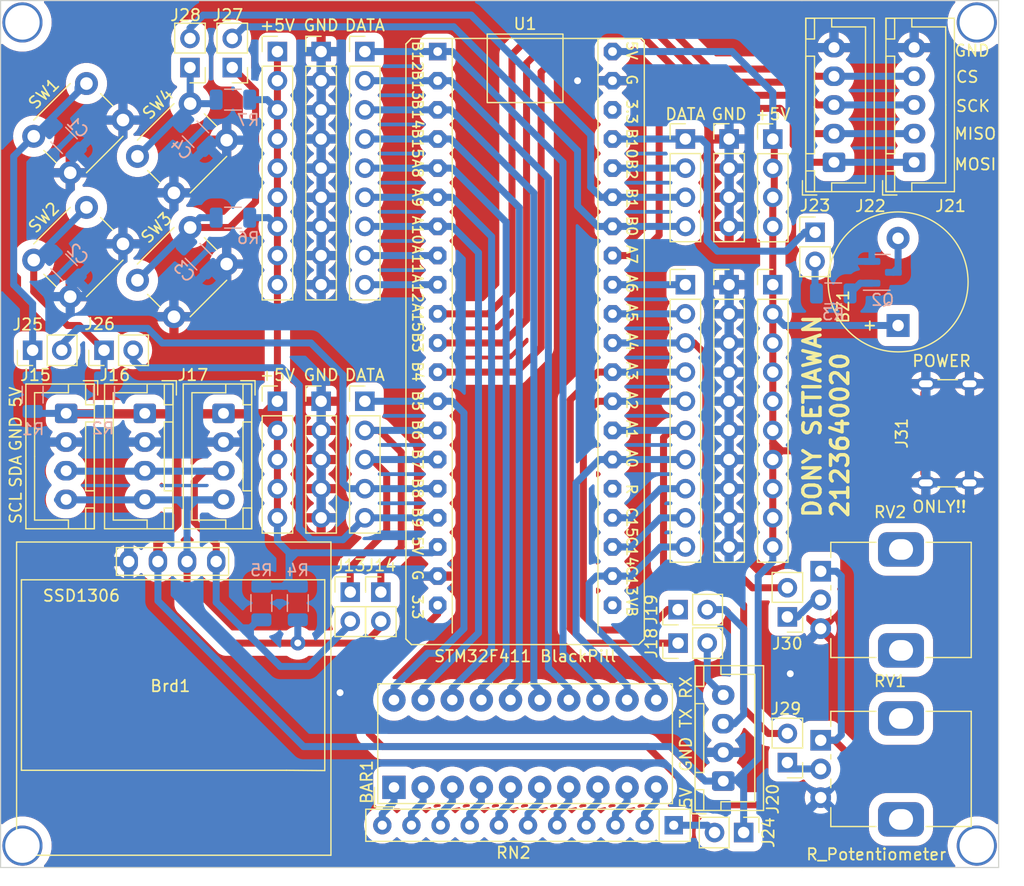
<source format=kicad_pcb>
(kicad_pcb (version 20221018) (generator pcbnew)
  (layers (0 "F.Cu" signal) (31 "B.Cu" signal) (34 "B.Paste" user) (35 "F.Paste" user) (36 "B.SilkS" user "B.Silkscreen") (37 "F.SilkS" user "F.Silkscreen") (38 "B.Mask" user) (39 "F.Mask" user) (44 "Edge.Cuts" user))
  (net 0 "")
  (net 1 "B12")
  (net 2 "B13")
  (net 3 "B14")
  (net 4 "B15")
  (net 5 "A8")
  (net 6 "A9")
  (net 7 "A10")
  (net 8 "A11")
  (net 9 "A12")
  (net 10 "A15")
  (net 11 "B3")
  (net 12 "B4")
  (net 13 "B5")
  (net 14 "B6")
  (net 15 "B7")
  (net 17 "B8")
  (net 18 "B9")
  (net 19 "B10")
  (net 21 "B2")
  (net 22 "B1")
  (net 23 "A7")
  (net 24 "A6")
  (net 25 "A5")
  (net 26 "A4")
  (net 27 "A3")
  (net 28 "A2")
  (net 29 "B0")
  (net 30 "A1")
  (net 31 "A0")
  (net 33 "C13")
  (net 34 "C14")
  (net 35 "C15")
  (net 36 "+5V")
  (net 37 "GND")
  (net 38 "Net-(BZ1-+)")
  (net 39 "PB1")
  (net 40 "PB2")
  (net 41 "BUZ")
  (net 42 "Net-(RN2-R10)")
  (net 43 "Net-(RN2-R9)")
  (net 44 "Net-(RN2-R8)")
  (net 45 "Net-(RN2-R7)")
  (net 46 "Net-(RN2-R6)")
  (net 47 "Net-(RN2-R5)")
  (net 48 "Net-(RN2-R4)")
  (net 49 "Net-(RN2-R3)")
  (net 50 "Net-(RN2-R2)")
  (net 51 "Net-(RN2-R1)")
  (net 52 "TX")
  (net 53 "RX")
  (net 54 "SDA")
  (net 55 "SCL")
  (net 56 "+3V3")
  (net 57 "Net-(Q2-G)")
  (net 58 "PB3")
  (net 59 "PB4")
  (net 60 "Net-(J24-Pin_2)")
  (net 61 "Net-(J29-Pin_1)")
  (net 62 "Net-(J30-Pin_1)")
  (footprint "Button_Switch_THT:SW_PUSH_6mm" (layer "F.Cu") (at 85.439825 73.423214 45)
    (fp_text reference "SW2")
    (fp_text value "SW_Push_Dual")
  )
  (footprint "Connector_JST:JST_XH_B4B-XH-A_1x04_P2.50mm_Vertical" (layer "F.Cu") (at 101.981 86.781 -90)
    (fp_text reference "J17")
    (fp_text value "Conn_01x04")
  )
  (footprint "Display:HDSP-4830" (layer "F.Cu") (at 116.84 119.38 90)
    (fp_text reference "BAR1")
    (fp_text value "HDSP-4830_2")
  )
  (footprint "Connector_PinHeader_2.54mm:PinHeader_1x09_P2.54mm_Vertical" (layer "F.Cu") (at 106.68 55.245)
    (fp_text reference "J3")
    (fp_text value "+5V")
  )
  (footprint "Connector_PinHeader_2.54mm:PinHeader_1x05_P2.54mm_Vertical" (layer "F.Cu") (at 106.68 85.725)
    (fp_text reference "J4")
    (fp_text value "+5V")
  )
  (footprint "Buzzer_Beeper:Buzzer_12x9.5RM7.6" (layer "F.Cu") (at 160.782 79.121 90)
    (fp_text reference "BZ1")
    (fp_text value "Buzzer")
  )
  (footprint "Connector_PinHeader_2.54mm:PinHeader_1x10_P2.54mm_Vertical" (layer "F.Cu") (at 142.24 75.565)
    (fp_text reference "J8")
    (fp_text value "DATA")
  )
  (footprint "Connector_PinHeader_2.54mm:PinHeader_1x04_P2.54mm_Vertical" (layer "F.Cu") (at 149.86 62.875)
    (fp_text reference "J9")
    (fp_text value "+5V")
  )
  (footprint "Connector_PinHeader_2.54mm:PinHeader_1x04_P2.54mm_Vertical" (layer "F.Cu") (at 146.05 62.865)
    (fp_text reference "J11")
    (fp_text value "GND")
  )
  (footprint "Connector_PinHeader_2.54mm:PinHeader_1x02_P2.54mm_Vertical" (layer "F.Cu") (at 147.32 123.317 -90)
    (fp_text reference "J24")
    (fp_text value "Conn_01x02")
  )
  (footprint "Connector_PinHeader_2.54mm:PinHeader_1x04_P2.54mm_Vertical" (layer "F.Cu") (at 142.24 62.865)
    (fp_text reference "J7")
    (fp_text value "DATA")
  )
  (footprint "Connector_PinHeader_2.54mm:PinHeader_1x09_P2.54mm_Vertical" (layer "F.Cu") (at 114.3 55.245)
    (fp_text reference "J1")
    (fp_text value "DATA")
  )
  (footprint "Connector_JST:JST_XH_B5B-XH-A_1x05_P2.50mm_Vertical" (layer "F.Cu") (at 155.194 64.897 90)
    (fp_text reference "J22")
    (fp_text value "Conn_01x05")
  )
  (footprint "Button_Switch_THT:SW_PUSH_6mm" (layer "F.Cu") (at 94.481019 75.177019 45)
    (fp_text reference "SW3")
    (fp_text value "SW_Push_Dual")
  )
  (footprint "Resistor_THT:R_Array_SIP11" (layer "F.Cu") (at 141.224 122.682 180)
    (fp_text reference "RN2")
    (fp_text value "R_Network10" hide)
  )
  (footprint "Connector_PinHeader_2.54mm:PinHeader_1x02_P2.54mm_Vertical" (layer "F.Cu") (at 99.06 56.642 180)
    (fp_text reference "J28")
    (fp_text value "Conn_01x02")
  )
  (footprint "Connector_JST:JST_XH_B4B-XH-A_1x04_P2.50mm_Vertical" (layer "F.Cu") (at 145.542 118.832 90)
    (fp_text reference "J20")
    (fp_text value "Conn_01x04")
  )
  (footprint "Button_Switch_THT:SW_PUSH_6mm" (layer "F.Cu") (at 85.439825 62.628214 45)
    (fp_text reference "SW1")
    (fp_text value "SW_Push_Dual")
  )
  (footprint "Connector_PinHeader_2.54mm:PinHeader_1x02_P2.54mm_Vertical" (layer "F.Cu") (at 151.13 104.521 180)
    (fp_text reference "J30")
    (fp_text value "Conn_01x02")
  )
  (footprint "Connector_PinHeader_2.54mm:PinHeader_1x02_P2.54mm_Vertical" (layer "F.Cu") (at 91.567 81.28 90)
    (fp_text reference "J26")
    (fp_text value "Conn_01x02")
  )
  (footprint "Connector_PinHeader_2.54mm:PinHeader_1x02_P2.54mm_Vertical" (layer "F.Cu") (at 141.605 106.807 90)
    (fp_text reference "J18")
    (fp_text value "Conn_01x02")
  )
  (footprint "Connector_PinHeader_2.54mm:PinHeader_1x02_P2.54mm_Vertical" (layer "F.Cu") (at 113.03 102.362)
    (fp_text reference "J13")
    (fp_text value "Conn_01x02")
  )
  (footprint "Potentiometer_THT:Potentiometer_Alps_RK09K_Single_Vertical" (layer "F.Cu") (at 154.036 100.542)
    (fp_text reference "RV2")
    (fp_text value "R_Potentiometer")
  )
  (footprint "Button_Switch_THT:SW_PUSH_6mm" (layer "F.Cu") (at 94.481019 64.382019 45)
    (fp_text reference "SW4")
    (fp_text value "SW_Push_Dual")
  )
  (footprint "Connector_PinHeader_2.54mm:PinHeader_1x09_P2.54mm_Vertical" (layer "F.Cu") (at 110.49 55.245)
    (fp_text reference "J5")
    (fp_text value "GND")
  )
  (footprint "Connector_JST:JST_XH_B5B-XH-A_1x05_P2.50mm_Vertical" (layer "F.Cu") (at 162.179 64.897 90)
    (fp_text reference "J21")
    (fp_text value "Conn_01x05")
  )
  (footprint "Connector_JST:JST_XH_B4B-XH-A_1x04_P2.50mm_Vertical" (layer "F.Cu") (at 88.265 86.781 -90)
    (fp_text reference "J15")
    (fp_text value "Conn_01x04")
  )
  (footprint "Connector_PinHeader_2.54mm:PinHeader_1x05_P2.54mm_Vertical" (layer "F.Cu") (at 114.3 85.725)
    (fp_text reference "J2")
    (fp_text value "DATA")
  )
  (footprint "Connector_USB:USB_C_Receptacle_GCT_USB4125-xx-x_6P_TopMnt_Horizontal" (layer "F.Cu") (at 166.205 88.517 90)
    (fp_text reference "J31")
    (fp_text value "USB_C_Receptacle_PowerOnly_6P")
  )
  (footprint "Connector_PinHeader_2.54mm:PinHeader_1x05_P2.54mm_Vertical" (layer "F.Cu") (at 110.49 85.725)
    (fp_text reference "J6")
    (fp_text value "GND")
  )
  (footprint "Connector_PinHeader_2.54mm:PinHeader_1x02_P2.54mm_Vertical" (layer "F.Cu") (at 85.344 81.28 90)
    (fp_text reference "J25")
    (fp_text value "Conn_01x02")
  )
  (footprint "Connector_PinHeader_2.54mm:PinHeader_1x02_P2.54mm_Vertical" (layer "F.Cu") (at 153.543 70.993)
    (fp_text reference "J23")
    (fp_text value "Conn_01x02")
  )
  (footprint "Connector_PinHeader_2.54mm:PinHeader_1x10_P2.54mm_Vertical" (layer "F.Cu") (at 146.05 75.565)
    (fp_text reference "J12")
    (fp_text value "GND")
  )
  (footprint "Connector_PinHeader_2.54mm:PinHeader_1x10_P2.54mm_Vertical" (layer "F.Cu") (at 149.86 75.565)
    (fp_text reference "J10")
    (fp_text value "+5V")
  )
  (footprint "Connector_PinHeader_2.54mm:PinHeader_1x02_P2.54mm_Vertical" (layer "F.Cu") (at 115.697 102.362)
    (fp_text reference "J14")
    (fp_text value "Conn_01x02")
  )
  (footprint "Connector_PinHeader_2.54mm:PinHeader_1x02_P2.54mm_Vertical" (layer "F.Cu") (at 102.743 56.642 180)
    (fp_text reference "J27")
    (fp_text value "Conn_01x02")
  )
  (footprint "SSD1306:128x64OLED" (layer "F.Cu") (at 97.346 110.295)
    (fp_text reference "Brd1")
    (fp_text value "SSD1306")
  )
  (footprint "Connector_JST:JST_XH_B4B-XH-A_1x04_P2.50mm_Vertical" (layer "F.Cu") (at 95.123 86.781 -90)
    (fp_text reference "J16")
    (fp_text value "Conn_01x04")
  )
  (footprint "Potentiometer_THT:Potentiometer_Alps_RK09K_Single_Vertical" (layer "F.Cu") (at 154.036 115.274)
    (fp_text reference "RV1")
    (fp_text value "R_Potentiometer")
  )
  (footprint "WeAct_Black_Pill_V2.0:STM32F411_Black_Pill" (layer "F.Cu") (at 128.27 79.375)
    (fp_text reference "U1")
    (fp_text value "STM32F411 BlackPill")
  )
  (footprint "Connector_PinHeader_2.54mm:PinHeader_1x02_P2.54mm_Vertical" (layer "F.Cu") (at 141.605 103.886 90)
    (fp_text reference "J19")
    (fp_text value "Conn_01x02")
  )
  (footprint "Connector_PinHeader_2.54mm:PinHeader_1x02_P2.54mm_Vertical" (layer "F.Cu") (at 151.13 117.221 180)
    (fp_text reference "J29")
    (fp_text value "Conn_01x02")
  )
  (footprint "Resistor_SMD:R_1206_3216Metric" (layer "B.Cu") (at 108.458 103.3125 -90)
    (fp_text reference "R4")
    (fp_text value "4k7")
  )
  (footprint "Capacitor_SMD:C_1206_3216Metric" (layer "B.Cu") (at 99.795017 73.125017 -45)
    (fp_text reference "C3")
    (fp_text value "C_Small")
  )
  (footprint "Resistor_SMD:R_1206_3216Metric" (layer "B.Cu") (at 85.344 85.1515 90)
    (fp_text reference "R1")
    (fp_text value "10k")
  )
  (footprint "Capacitor_SMD:C_1206_3216Metric" (layer "B.Cu") (at 99.541017 62.457017 -45)
    (fp_text reference "C4")
    (fp_text value "C_Small")
  )
  (footprint "Resistor_SMD:R_1206_3216Metric" (layer "B.Cu") (at 102.8045 69.723 180)
    (fp_text reference "R6")
    (fp_text value "10k")
  )
  (footprint "Capacitor_SMD:C_1206_3216Metric" (layer "B.Cu") (at 88.086823 74.038212 -45)
    (fp_text reference "C2")
    (fp_text value "C_Small")
  )
  (footprint "Package_TO_SOT_SMD:SOT-23" (layer "B.Cu") (at 159.4335 74.488)
    (fp_text reference "Q2")
    (fp_text value "Q_PMOS_GSD" hide)
  )
  (footprint "Resistor_SMD:R_1206_3216Metric" (layer "B.Cu") (at 102.8045 59.436 180)
    (fp_text reference "R7")
    (fp_text value "10k")
  )
  (footprint "Resistor_SMD:R_1206_3216Metric" (layer "B.Cu") (at 105.283 103.3125 -90)
    (fp_text reference "R5")
    (fp_text value "4k7")
  )
  (footprint "Resistor_SMD:R_1206_3216Metric" (layer "B.Cu") (at 155.1285 76.327)
    (fp_text reference "R3")
    (fp_text value "150")
  )
  (footprint "Capacitor_SMD:C_1206_3216Metric" (layer "B.Cu") (at 88.086823 62.989212 -45)
    (fp_text reference "C1")
    (fp_text value "C_Small")
  )
  (footprint "Resistor_SMD:R_1206_3216Metric" (layer "B.Cu") (at 91.567 85.1515 90)
    (fp_text reference "R2")
    (fp_text value "10k")
  )
  (gr_line (start 82.55 126.365) (end 82.55 50.8) (stroke (width 0.1)) (layer "Edge.Cuts"))
  (gr_line (start 152.4 50.8) (end 169.545 50.8) (stroke (width 0.1)) (layer "Edge.Cuts"))
  (gr_line (start 152.4 126.365) (end 82.55 126.365) (stroke (width 0.1)) (layer "Edge.Cuts"))
  (gr_line (start 152.4 126.365) (end 169.545 126.365) (stroke (width 0.1)) (layer "Edge.Cuts"))
  (gr_line (start 82.55 50.8) (end 152.4 50.8) (stroke (width 0.1)) (layer "Edge.Cuts"))
  (gr_line (start 169.545 50.8) (end 169.545 126.365) (stroke (width 0.1)) (layer "Edge.Cuts"))
  (gr_text "GND" (at 142.875 118.11 90) (layer "F.SilkS") (effects (font (size 1 1)) (justify left bottom)))
  (gr_text "DONY SETIAWAN\n2123640020" (at 156.591 96.012 90) (layer "F.SilkS") (effects (font (size 1.5 1.5) (thickness 0.3) bold) (justify left bottom)))
  (gr_text "5V" (at 84.455 86.36 90) (layer "F.SilkS") (effects (font (size 1 1)) (justify left bottom)))
  (gr_text "RX" (at 142.875 111.76 90) (layer "F.SilkS") (effects (font (size 1 1)) (justify left bottom)))
  (gr_text "GND" (at 165.608 55.753) (layer "F.SilkS") (effects (font (size 1 1)) (justify left bottom)))
  (gr_text "MOSI" (at 165.608 65.659) (layer "F.SilkS") (effects (font (size 1 1)) (justify left bottom)))
  (gr_text "MISO" (at 165.608 62.992) (layer "F.SilkS") (effects (font (size 1 1)) (justify left bottom)))
  (gr_text "SDA" (at 84.455 93.345 90) (layer "F.SilkS") (effects (font (size 1 1)) (justify left bottom)))
  (gr_text "ONLY!!\n" (at 161.925 95.504) (layer "F.SilkS") (effects (font (size 1 1)) (justify left bottom)))
  (gr_text "POWER" (at 161.925 82.804) (layer "F.SilkS") (effects (font (size 1 1)) (justify left bottom)))
  (gr_text "SCK" (at 165.735 60.579) (layer "F.SilkS") (effects (font (size 1 1)) (justify left bottom)))
  (gr_text "5V" (at 142.875 121.285 90) (layer "F.SilkS") (effects (font (size 1 1)) (justify left bottom)))
  (gr_text "GND" (at 84.455 90.17 90) (layer "F.SilkS") (effects (font (size 1 1)) (justify left bottom)))
  (gr_text "SCL" (at 84.455 96.52 90) (layer "F.SilkS") (effects (font (size 1 1)) (justify left bottom)))
  (gr_text "CS" (at 165.735 58.039) (layer "F.SilkS") (effects (font (size 1 1)) (justify left bottom)))
  (gr_text "TX" (at 142.875 114.3 90) (layer "F.SilkS") (effects (font (size 1 1)) (justify left bottom)))
  (via (at 167.64 52.705) (size 3.5) (drill 3) (layers "F.Cu" "B.Cu") (net 0))
  (via (at 84.455 124.46) (size 3.5) (drill 3) (layers "F.Cu" "B.Cu") (net 0))
  (via (at 167.64 124.46) (size 3.5) (drill 3) (layers "F.Cu" "B.Cu") (net 0))
  (via (at 84.455 52.705) (size 3.5) (drill 3) (layers "F.Cu" "B.Cu") (net 0))
  (segment (start 114.3 55.245) (end 120.65 55.245) (width 0.6096) (layer "B.Cu") (net 1))
  (segment (start 131.572 64.897) (end 121.92 55.245) (width 0.6096) (layer "B.Cu") (net 1))
  (segment (start 121.92 55.245) (end 120.65 55.245) (width 0.6096) (layer "B.Cu") (net 1))
  (segment (start 134.62 111.76) (end 134.62 110.744) (width 0.6096) (layer "B.Cu") (net 1))
  (segment (start 134.62 110.744) (end 131.572 107.696) (width 0.6096) (layer "B.Cu") (net 1))
  (segment (start 131.572 107.696) (end 131.572 64.897) (width 0.6096) (layer "B.Cu") (net 1))
  (segment (start 121.793 57.785) (end 120.65 57.785) (width 0.6096) (layer "B.Cu") (net 2))
  (segment (start 130.302 66.294) (end 121.793 57.785) (width 0.6096) (layer "B.Cu") (net 2))
  (segment (start 132.08 111.76) (end 132.08 110.744) (width 0.6096) (layer "B.Cu") (net 2))
  (segment (start 132.08 110.744) (end 130.302 108.966) (width 0.6096) (layer "B.Cu") (net 2))
  (segment (start 114.3 57.785) (end 120.65 57.785) (width 0.6096) (layer "B.Cu") (net 2))
  (segment (start 130.302 108.966) (end 130.302 66.294) (width 0.6096) (layer "B.Cu") (net 2))
  (segment (start 121.793 60.325) (end 120.65 60.325) (width 0.6096) (layer "B.Cu") (net 3))
  (segment (start 129.54 111.76) (end 129.54 110.871) (width 0.6096) (layer "B.Cu") (net 3))
  (segment (start 114.3 60.325) (end 120.65 60.325) (width 0.6096) (layer "B.Cu") (net 3))
  (segment (start 129.032 67.564) (end 121.793 60.325) (width 0.6096) (layer "B.Cu") (net 3))
  (segment (start 129.54 110.871) (end 129.032 110.363) (width 0.6096) (layer "B.Cu") (net 3))
  (segment (start 129.032 110.363) (end 129.032 67.564) (width 0.6096) (layer "B.Cu") (net 3))
  (segment (start 127.762 68.834) (end 121.793 62.865) (width 0.6096) (layer "B.Cu") (net 4))
  (segment (start 127.762 109.982) (end 127.762 68.834) (width 0.6096) (layer "B.Cu") (net 4))
  (segment (start 121.793 62.865) (end 120.65 62.865) (width 0.6096) (layer "B.Cu") (net 4))
  (segment (start 127 111.76) (end 127 110.744) (width 0.6096) (layer "B.Cu") (net 4))
  (segment (start 127 110.744) (end 127.762 109.982) (width 0.6096) (layer "B.Cu") (net 4))
  (segment (start 114.3 62.865) (end 120.65 62.865) (width 0.6096) (layer "B.Cu") (net 4))
  (segment (start 124.46 111.76) (end 124.46 110.744) (width 0.6096) (layer "B.Cu") (net 5))
  (segment (start 126.619 70.104) (end 121.92 65.405) (width 0.6096) (layer "B.Cu") (net 5))
  (segment (start 124.46 110.744) (end 126.619 108.585) (width 0.6096) (layer "B.Cu") (net 5))
  (segment (start 114.3 65.405) (end 120.65 65.405) (width 0.6096) (layer "B.Cu") (net 5))
  (segment (start 126.619 108.585) (end 126.619 70.104) (width 0.6096) (layer "B.Cu") (net 5))
  (segment (start 121.92 65.405) (end 120.65 65.405) (width 0.6096) (layer "B.Cu") (net 5))
  (segment (start 121.92 67.945) (end 120.65 67.945) (width 0.6096) (layer "B.Cu") (net 6))
  (segment (start 125.349 107.315) (end 125.349 71.374) (width 0.6096) (layer "B.Cu") (net 6))
  (segment (start 114.3 67.945) (end 120.65 67.945) (width 0.6096) (layer "B.Cu") (net 6))
  (segment (start 121.92 110.744) (end 125.349 107.315) (width 0.6096) (layer "B.Cu") (net 6))
  (segment (start 121.92 111.76) (end 121.92 110.744) (width 0.6096) (layer "B.Cu") (net 6))
  (segment (start 125.349 71.374) (end 121.92 67.945) (width 0.6096) (layer "B.Cu") (net 6))
  (segment (start 119.38 110.744) (end 124.206 105.918) (width 0.6096) (layer "B.Cu") (net 7))
  (segment (start 121.92 70.485) (end 120.65 70.485) (width 0.6096) (layer "B.Cu") (net 7))
  (segment (start 124.206 105.918) (end 124.206 72.771) (width 0.6096) (layer "B.Cu") (net 7))
  (segment (start 124.206 72.771) (end 121.92 70.485) (width 0.6096) (layer "B.Cu") (net 7))
  (segment (start 119.38 111.76) (end 119.38 110.744) (width 0.6096) (layer "B.Cu") (net 7))
  (segment (start 114.3 70.485) (end 120.65 70.485) (width 0.6096) (layer "B.Cu") (net 7))
  (segment (start 114.3 73.025) (end 120.65 73.025) (width 0.6096) (layer "B.Cu") (net 8))
  (segment (start 114.3 75.565) (end 120.65 75.565) (width 0.6096) (layer "B.Cu") (net 9))
  (segment (start 130.937 51.689) (end 127.127 55.499) (width 0.6096) (layer "F.Cu") (net 10))
  (segment (start 153.536 57.397) (end 152.908 56.769) (width 0.6096) (layer "F.Cu") (net 10))
  (segment (start 144.399 56.769) (end 139.319 51.689) (width 0.6096) (layer "F.Cu") (net 10))
  (segment (start 127.127 76.073) (end 125.095 78.105) (width 0.6096) (layer "F.Cu") (net 10))
  (segment (start 139.319 51.689) (end 130.937 51.689) (width 0.6096) (layer "F.Cu") (net 10))
  (segment (start 152.908 56.769) (end 144.399 56.769) (width 0.6096) (layer "F.Cu") (net 10))
  (segment (start 125.095 78.105) (end 120.65 78.105) (width 0.6096) (layer "F.Cu") (net 10))
  (segment (start 127.127 55.499) (end 127.127 76.073) (width 0.6096) (layer "F.Cu") (net 10))
  (segment (start 155.194 57.397) (end 153.536 57.397) (width 0.6096) (layer "F.Cu") (net 10))
  (segment (start 162.179 57.397) (end 155.194 57.397) (width 0.6096) (layer "B.Cu") (net 10))
  (segment (start 151.765 57.912) (end 153.75 59.897) (width 0.6096) (layer "F.Cu") (net 11))
  (segment (start 144.018 57.912) (end 151.765 57.912) (width 0.6096) (layer "F.Cu") (net 11))
  (segment (start 128.397 78.613) (end 128.397 56.261) (width 0.6096) (layer "F.Cu") (net 11))
  (segment (start 138.811 52.705) (end 144.018 57.912) (width 0.6096) (layer "F.Cu") (net 11))
  (segment (start 126.365 80.645) (end 128.397 78.613) (width 0.6096) (layer "F.Cu") (net 11))
  (segment (start 128.397 56.261) (end 131.953 52.705) (width 0.6096) (layer "F.Cu") (net 11))
  (segment (start 153.75 59.897) (end 155.194 59.897) (width 0.6096) (layer "F.Cu") (net 11))
  (segment (start 120.65 80.645) (end 126.365 80.645) (width 0.6096) (layer "F.Cu") (net 11))
  (segment (start 131.953 52.705) (end 138.811 52.705) (width 0.6096) (layer "F.Cu") (net 11))
  (segment (start 155.194 59.897) (end 162.179 59.897) (width 0.6096) (layer "B.Cu") (net 11))
  (segment (start 143.637 59.055) (end 138.303 53.721) (width 0.6096) (layer "F.Cu") (net 12))
  (segment (start 152.781 60.579) (end 151.257 59.055) (width 0.6096) (layer "F.Cu") (net 12))
  (segment (start 152.781 61.849) (end 152.781 60.579) (width 0.6096) (layer "F.Cu") (net 12))
  (segment (start 153.329 62.397) (end 152.781 61.849) (width 0.6096) (layer "F.Cu") (net 12))
  (segment (start 151.257 59.055) (end 143.637 59.055) (width 0.6096) (layer "F.Cu") (net 12))
  (segment (start 129.667 81.026) (end 127.508 83.185) (width 0.6096) (layer "F.Cu") (net 12))
  (segment (start 132.969 53.721) (end 129.667 57.023) (width 0.6096) (layer "F.Cu") (net 12))
  (segment (start 155.194 62.397) (end 153.329 62.397) (width 0.6096) (layer "F.Cu") (net 12))
  (segment (start 127.508 83.185) (end 120.65 83.185) (width 0.6096) (layer "F.Cu") (net 12))
  (segment (start 129.667 57.023) (end 129.667 81.026) (width 0.6096) (layer "F.Cu") (net 12))
  (segment (start 138.303 53.721) (end 132.969 53.721) (width 0.6096) (layer "F.Cu") (net 12))
  (segment (start 162.179 62.397) (end 155.194 62.397) (width 0.6096) (layer "B.Cu") (net 12))
  (segment (start 116.84 111.76) (end 116.84 110.634866) (width 0.6096) (layer "B.Cu") (net 13))
  (segment (start 120.777 107.696) (end 122.936 105.537) (width 0.6096) (layer "B.Cu") (net 13))
  (segment (start 122.936 86.741) (end 121.92 85.725) (width 0.6096) (layer "B.Cu") (net 13))
  (segment (start 114.3 85.725) (end 120.65 85.725) (width 0.6096) (layer "B.Cu") (net 13))
  (segment (start 121.92 85.725) (end 120.65 85.725) (width 0.6096) (layer "B.Cu") (net 13))
  (segment (start 119.778866 107.696) (end 120.777 107.696) (width 0.6096) (layer "B.Cu") (net 13))
  (segment (start 122.936 105.537) (end 122.936 86.741) (width 0.6096) (layer "B.Cu") (net 13))
  (segment (start 116.84 110.634866) (end 119.778866 107.696) (width 0.6096) (layer "B.Cu") (net 13))
  (segment (start 115.697 102.362) (end 115.697 100.203) (width 0.6096) (layer "F.Cu") (net 14))
  (segment (start 117.475 90.17) (end 115.57 88.265) (width 0.6096) (layer "F.Cu") (net 14))
  (segment (start 117.475 98.425) (end 117.475 90.17) (width 0.6096) (layer "F.Cu") (net 14))
  (segment (start 115.697 100.203) (end 117.475 98.425) (width 0.6096) (layer "F.Cu") (net 14))
  (segment (start 115.57 88.265) (end 114.3 88.265) (width 0.6096) (layer "F.Cu") (net 14))
  (segment (start 114.3 88.265) (end 120.65 88.265) (width 0.6096) (layer "B.Cu") (net 14))
  (segment (start 113.157 102.357) (end 113.03 102.23) (width 0.6096) (layer "F.Cu") (net 15))
  (segment (start 116.205 92.075) (end 114.935 90.805) (width 0.6096) (layer "F.Cu") (net 15))
  (segment (start 113.03 102.23) (end 113.03 100.203) (width 0.6096) (layer "F.Cu") (net 15))
  (segment (start 116.205 97.028) (end 116.205 92.075) (width 0.6096) (layer "F.Cu") (net 15))
  (segment (start 114.935 90.805) (end 114.3 90.805) (width 0.6096) (layer "F.Cu") (net 15))
  (segment (start 113.03 100.203) (end 116.205 97.028) (width 0.6096) (layer "F.Cu") (net 15))
  (segment (start 114.3 90.805) (end 120.65 90.805) (width 0.6096) (layer "B.Cu") (net 15))
  (segment (start 112.395 92.837) (end 112.395 83.439) (width 0.6096) (layer "B.Cu") (net 17))
  (segment (start 109.601 80.645) (end 96.647 80.645) (width 0.6096) (layer "B.Cu") (net 17))
  (segment (start 95.377 79.375) (end 89.281 79.375) (width 0.6096) (layer "B.Cu") (net 17))
  (segment (start 112.395 83.439) (end 109.601 80.645) (width 0.6096) (layer "B.Cu") (net 17))
  (segment (start 87.884 80.772) (end 87.884 81.28) (width 0.6096) (layer "B.Cu") (net 17))
  (segment (start 89.281 79.375) (end 87.884 80.772) (width 0.6096) (layer "B.Cu") (net 17))
  (segment (start 114.3 93.345) (end 120.65 93.345) (width 0.6096) (layer "B.Cu") (net 17))
  (segment (start 112.903 93.345) (end 112.395 92.837) (width 0.6096) (layer "B.Cu") (net 17))
  (segment (start 114.3 93.345) (end 112.903 93.345) (width 0.6096) (layer "B.Cu") (net 17))
  (segment (start 96.647 80.645) (end 95.377 79.375) (width 0.6096) (layer "B.Cu") (net 17))
  (segment (start 112.395 97.79) (end 109.601 97.79) (width 0.6096) (layer "B.Cu") (net 18))
  (segment (start 107.061 82.804) (end 94.742 82.804) (width 0.6096) (layer "B.Cu") (net 18))
  (segment (start 94.107 82.169) (end 94.107 81.28) (width 0.6096) (layer "B.Cu") (net 18))
  (segment (start 114.3 95.885) (end 120.65 95.885) (width 0.6096) (layer "B.Cu") (net 18))
  (segment (start 109.601 97.79) (end 108.585 96.774) (width 0.6096) (layer "B.Cu") (net 18))
  (segment (start 114.3 95.885) (end 112.395 97.79) (width 0.6096) (layer "B.Cu") (net 18))
  (segment (start 108.585 96.774) (end 108.585 84.328) (width 0.6096) (layer "B.Cu") (net 18))
  (segment (start 94.742 82.804) (end 94.107 82.169) (width 0.6096) (layer "B.Cu") (net 18))
  (segment (start 108.585 84.328) (end 107.061 82.804) (width 0.6096) (layer "B.Cu") (net 18))
  (segment (start 144.145 63.373) (end 143.637 62.865) (width 0.6096) (layer "B.Cu") (net 19))
  (segment (start 153.543 70.993) (end 152.654 70.993) (width 0.6096) (layer "B.Cu") (net 19))
  (segment (start 144.145 71.755) (end 144.145 63.373) (width 0.6096) (layer "B.Cu") (net 19))
  (segment (start 151.003 72.644) (end 145.034 72.644) (width 0.6096) (layer "B.Cu") (net 19))
  (segment (start 135.89 62.865) (end 142.24 62.865) (width 0.6096) (layer "B.Cu") (net 19))
  (segment (start 145.034 72.644) (end 144.145 71.755) (width 0.6096) (layer "B.Cu") (net 19))
  (segment (start 143.637 62.865) (end 142.24 62.865) (width 0.6096) (layer "B.Cu") (net 19))
  (segment (start 152.654 70.993) (end 151.003 72.644) (width 0.6096) (layer "B.Cu") (net 19))
  (segment (start 135.89 65.405) (end 142.24 65.405) (width 0.6096) (layer "B.Cu") (net 21))
  (segment (start 133.985 67.056) (end 133.985 62.484) (width 0.6096) (layer "B.Cu") (net 22))
  (segment (start 100.203 52.07) (end 99.06 53.213) (width 0.6096) (layer "B.Cu") (net 22))
  (segment (start 123.571 52.07) (end 100.203 52.07) (width 0.6096) (layer "B.Cu") (net 22))
  (segment (start 135.89 67.945) (end 134.874 67.945) (width 0.6096) (layer "B.Cu") (net 22))
  (segment (start 134.874 67.945) (end 133.985 67.056) (width 0.6096) (layer "B.Cu") (net 22))
  (segment (start 133.985 62.484) (end 123.571 52.07) (width 0.6096) (layer "B.Cu") (net 22))
  (segment (start 99.06 53.213) (end 99.06 54.102) (width 0.6096) (layer "B.Cu") (net 22))
  (segment (start 135.89 67.945) (end 142.24 67.945) (width 0.6096) (layer "B.Cu") (net 22))
  (segment (start 135.89 73.025) (end 138.176 73.025) (width 0.6096) (layer "F.Cu") (net 23))
  (segment (start 140.589 60.198) (end 150.495 60.198) (width 0.6096) (layer "F.Cu") (net 23))
  (segment (start 151.638 63.373) (end 153.162 64.897) (width 0.6096) (layer "F.Cu") (net 23))
  (segment (start 139.954 60.833) (end 140.589 60.198) (width 0.6096) (layer "F.Cu") (net 23))
  (segment (start 151.638 61.341) (end 151.638 63.373) (width 0.6096) (layer "F.Cu") (net 23))
  (segment (start 139.954 71.247) (end 139.954 60.833) (width 0.6096) (layer "F.Cu") (net 23))
  (segment (start 138.176 73.025) (end 139.954 71.247) (width 0.6096) (layer "F.Cu") (net 23))
  (segment (start 153.162 64.897) (end 155.194 64.897) (width 0.6096) (layer "F.Cu") (net 23))
  (segment (start 150.495 60.198) (end 151.638 61.341) (width 0.6096) (layer "F.Cu") (net 23))
  (segment (start 155.194 64.897) (end 162.179 64.897) (width 0.6096) (layer "B.Cu") (net 23))
  (segment (start 135.89 75.565) (end 142.24 75.565) (width 0.6096) (layer "B.Cu") (net 24))
  (segment (start 135.89 78.105) (end 142.24 78.105) (width 0.6096) (layer "B.Cu") (net 25))
  (segment (start 143.002 80.645) (end 144.018 81.661) (width 0.6096) (layer "F.Cu") (net 26))
  (segment (start 142.24 80.645) (end 143.002 80.645) (width 0.6096) (layer "F.Cu") (net 26))
  (segment (start 146.558 100.457) (end 148.082 101.981) (width 0.6096) (layer "F.Cu") (net 26))
  (segment (start 144.018 99.441) (end 145.034 100.457) (width 0.6096) (layer "F.Cu") (net 26))
  (segment (start 144.018 81.661) (end 144.018 99.441) (width 0.6096) (layer "F.Cu") (net 26))
  (segment (start 145.034 100.457) (end 146.558 100.457) (width 0.6096) (layer "F.Cu") (net 26))
  (segment (start 148.082 101.981) (end 151.13 101.981) (width 0.6096) (layer "F.Cu") (net 26))
  (segment (start 135.89 80.645) (end 142.24 80.645) (width 0.6096) (layer "B.Cu") (net 26))
  (segment (start 132.207 105.537) (end 132.207 85.598) (width 0.6096) (layer "F.Cu") (net 27))
  (segment (start 132.207 85.598) (end 134.62 83.185) (width 0.6096) (layer "F.Cu") (net 27))
  (segment (start 134.62 83.185) (end 135.89 83.185) (width 0.6096) (layer "F.Cu") (net 27))
  (segment (start 141.605 106.807) (end 133.477 106.807) (width 0.6096) (layer "F.Cu") (net 27))
  (segment (start 133.477 106.807) (end 132.207 105.537) (width 0.6096) (layer "F.Cu") (net 27))
  (segment (start 135.89 83.185) (end 142.24 83.185) (width 0.6096) (layer "B.Cu") (net 27))
  (segment (start 141.605 103.886) (end 140.716 103.886) (width 0.6096) (layer "F.Cu") (net 28))
  (segment (start 133.35 86.995) (end 134.62 85.725) (width 0.6096) (layer "F.Cu") (net 28))
  (segment (start 134.62 105.664) (end 133.35 104.394) (width 0.6096) (layer "F.Cu") (net 28))
  (segment (start 134.62 85.725) (end 135.89 85.725) (width 0.6096) (layer "F.Cu") (net 28))
  (segment (start 141.224 85.725) (end 142.24 85.725) (width 0.6096) (layer "F.Cu") (net 28))
  (segment (start 138.938 105.664) (end 134.62 105.664) (width 0.6096) (layer "F.Cu") (net 28))
  (segment (start 140.716 103.886) (end 138.938 105.664) (width 0.6096) (layer "F.Cu") (net 28))
  (segment (start 133.35 104.394) (end 133.35 86.995) (width 0.6096) (layer "F.Cu") (net 28))
  (segment (start 135.89 85.725) (end 142.24 85.725) (width 0.6096) (layer "B.Cu") (net 28))
  (segment (start 103.759 53.086) (end 122.047 53.086) (width 0.6096) (layer "B.Cu") (net 29))
  (segment (start 135.89 70.485) (end 142.24 70.485) (width 0.6096) (layer "B.Cu") (net 29))
  (segment (start 102.743 54.102) (end 103.759 53.086) (width 0.6096) (layer "B.Cu") (net 29))
  (segment (start 132.842 68.707) (end 134.62 70.485) (width 0.6096) (layer "B.Cu") (net 29))
  (segment (start 134.62 70.485) (end 135.89 70.485) (width 0.6096) (layer "B.Cu") (net 29))
  (segment (start 132.842 63.881) (end 132.842 68.707) (width 0.6096) (layer "B.Cu") (net 29))
  (segment (start 122.047 53.086) (end 132.842 63.881) (width 0.6096) (layer "B.Cu") (net 29))
  (segment (start 147.32 103.505) (end 147.32 112.522) (width 0.6096) (layer "F.Cu") (net 30))
  (segment (start 140.97 88.265) (end 140.335 88.9) (width 0.6096) (layer "F.Cu") (net 30))
  (segment (start 140.335 88.9) (end 140.335 100.076) (width 0.6096) (layer "F.Cu") (net 30))
  (segment (start 140.335 100.076) (end 141.986 101.727) (width 0.6096) (layer "F.Cu") (net 30))
  (segment (start 145.542 101.727) (end 147.32 103.505) (width 0.6096) (layer "F.Cu") (net 30))
  (segment (start 149.479 114.681) (end 151.13 114.681) (width 0.6096) (layer "F.Cu") (net 30))
  (segment (start 142.24 88.265) (end 140.97 88.265) (width 0.6096) (layer "F.Cu") (net 30))
  (segment (start 141.986 101.727) (end 145.542 101.727) (width 0.6096) (layer "F.Cu") (net 30))
  (segment (start 147.32 112.522) (end 149.479 114.681) (width 0.6096) (layer "F.Cu") (net 30))
  (segment (start 135.89 88.265) (end 142.24 88.265) (width 0.6096) (layer "B.Cu") (net 30))
  (segment (start 134.747 90.805) (end 135.89 90.805) (width 0.6096) (layer "B.Cu") (net 31))
  (segment (start 132.715 92.837) (end 134.747 90.805) (width 0.6096) (layer "B.Cu") (net 31))
  (segment (start 135.89 90.805) (end 142.24 90.805) (width 0.6096) (layer "B.Cu") (net 31))
  (segment (start 137.16 111.76) (end 137.16 110.49) (width 0.6096) (layer "B.Cu") (net 31))
  (segment (start 137.16 110.49) (end 132.715 106.045) (width 0.6096) (layer "B.Cu") (net 31))
  (segment (start 132.715 106.045) (end 132.715 92.837) (width 0.6096) (layer "B.Cu") (net 31))
  (segment (start 133.858 101.6) (end 134.493 100.965) (width 0.6096) (layer "B.Cu") (net 33))
  (segment (start 134.493 100.965) (end 135.89 100.965) (width 0.6096) (layer "B.Cu") (net 33))
  (segment (start 140.081 98.425) (end 142.24 98.425) (width 0.6096) (layer "B.Cu") (net 33))
  (segment (start 133.858 104.902) (end 133.858 101.6) (width 0.6096) (layer "B.Cu") (net 33))
  (segment (start 139.7 111.76) (end 139.7 110.744) (width 0.6096) (layer "B.Cu") (net 33))
  (segment (start 139.7 110.744) (end 133.858 104.902) (width 0.6096) (layer "B.Cu") (net 33))
  (segment (start 137.541 100.965) (end 140.081 98.425) (width 0.6096) (layer "B.Cu") (net 33))
  (segment (start 135.89 100.965) (end 137.541 100.965) (width 0.6096) (layer "B.Cu") (net 33))
  (segment (start 135.89 98.425) (end 137.541 98.425) (width 0.6096) (layer "B.Cu") (net 34))
  (segment (start 140.081 95.885) (end 142.24 95.885) (width 0.6096) (layer "B.Cu") (net 34))
  (segment (start 137.541 98.425) (end 140.081 95.885) (width 0.6096) (layer "B.Cu") (net 34))
  (segment (start 140.081 93.345) (end 142.24 93.345) (width 0.6096) (layer "B.Cu") (net 35))
  (segment (start 135.89 95.885) (end 137.541 95.885) (width 0.6096) (layer "B.Cu") (net 35))
  (segment (start 137.541 95.885) (end 140.081 93.345) (width 0.6096) (layer "B.Cu") (net 35))
  (segment (start 106.68 87.329) (end 106.172 86.821) (width 0.8128) (layer "F.Cu") (net 36))
  (segment (start 163.125 90.037) (end 161.925 90.037) (width 0.6096) (layer "F.Cu") (net 36))
  (segment (start 149.987 62.865) (end 149.987 67.945) (width 0.6096) (layer "F.Cu") (net 36))
  (segment (start 149.987 89.408) (end 149.86 89.408) (width 0.6096) (layer "F.Cu") (net 36))
  (segment (start 106.68 85.725) (end 106.68 88.265) (width 0.8128) (layer "F.Cu") (net 36))
  (segment (start 88.305 86.821) (end 97.155 86.821) (width 0.8128) (layer "F.Cu") (net 36))
  (segment (start 161.29 89.154) (end 161.29 87.884) (width 0.6096) (layer "F.Cu") (net 36))
  (segment (start 101.473 86.821) (end 104.648 86.821) (width 0.8128) (layer "F.Cu") (net 36))
  (segment (start 105.584 86.821) (end 106.68 85.725) (width 0.8128) (layer "F.Cu") (net 36))
  (segment (start 106.68 88.265) (end 105.236 86.821) (width 0.8128) (layer "F.Cu") (net 36))
  (segment (start 150.108 98.673) (end 149.86 98.425) (width 0.6096) (layer "F.Cu") (net 36))
  (segment (start 106.68 86.995) (end 106.506 86.821) (width 0.8128) (layer "F.Cu") (net 36))
  (segment (start 150.622 90.043) (end 149.86 90.805) (width 0.6096) (layer "F.Cu") (net 36))
  (segment (start 106.172 86.821) (end 105.584 86.821) (width 0.8128) (layer "F.Cu") (net 36))
  (segment (start 161.29 87.884) (end 162.177 86.997) (width 0.6096) (layer "F.Cu") (net 36))
  (segment (start 97.155 86.821) (end 98.679 86.821) (width 0.8128) (layer "F.Cu") (net 36))
  (segment (start 160.655 90.037) (end 160.649 90.043) (width 0.6096) (layer "F.Cu") (net 36))
  (segment (start 161.29 89.154) (end 161.29 89.402) (width 0.6096) (layer "F.Cu") (net 36))
  (segment (start 98.044 86.821) (end 101.473 86.821) (width 0.8128) (layer "F.Cu") (net 36))
  (segment (start 150.622 90.043) (end 149.987 89.408) (width 0.6096) (layer "F.Cu") (net 36))
  (segment (start 161.29 89.402) (end 160.655 90.037) (width 0.6096) (layer "F.Cu") (net 36))
  (segment (start 104.648 86.821) (end 105.584 86.821) (width 0.8128) (layer "F.Cu") (net 36))
  (segment (start 106.68 86.995) (end 106.68 95.885) (width 0.6096) (layer "F.Cu") (net 36))
  (segment (start 97.917 96.393) (end 96.266 98.044) (width 0.8128) (layer "F.Cu") (net 36))
  (segment (start 97.917 87.583) (end 97.155 86.821) (width 0.8128) (layer "F.Cu") (net 36))
  (segment (start 160.649 90.043) (end 150.622 90.043) (width 0.6096) (layer "F.Cu") (net 36))
  (segment (start 149.86 67.945) (end 149.86 89.408) (width 0.6096) (layer "F.Cu") (net 36))
  (segment (start 106.68 88.265) (end 106.68 87.329) (width 0.8128) (layer "F.Cu") (net 36))
  (segment (start 161.925 90.037) (end 161.29 90.037) (width 0.6096) (layer "F.Cu") (net 36))
  (segment (start 161.29 90.037) (end 161.29 89.154) (width 0.6096) (layer "F.Cu") (net 36))
  (segment (start 96.266 98.044) (end 96.266 99.695) (width 0.8128) (layer "F.Cu") (net 36))
  (segment (start 106.506 86.821) (end 106.172 86.821) (width 0.8128) (layer "F.Cu") (net 36))
  (segment (start 149.86 89.408) (end 149.86 98.425) (width 0.6096) (layer "F.Cu") (net 36))
  (segment (start 106.68 55.245) (end 106.68 86.995) (width 0.6096) (layer "F.Cu") (net 36))
  (segment (start 97.917 87.583) (end 98.679 86.821) (width 0.8128) (layer "F.Cu") (net 36))
  (segment (start 97.917 87.583) (end 97.917 96.393) (width 0.8128) (layer "F.Cu") (net 36))
  (segment (start 161.29 89.402) (end 161.925 90.037) (width 0.6096) (layer "F.Cu") (net 36))
  (segment (start 88.265 86.781) (end 88.305 86.821) (width 0.8128) (layer "F.Cu") (net 36))
  (segment (start 161.29 90.037) (end 160.655 90.037) (width 0.6096) (layer "F.Cu") (net 36))
  (segment (start 162.177 86.997) (end 163.125 86.997) (width 0.6096) (layer "F.Cu") (net 36))
  (segment (start 105.236 86.821) (end 104.648 86.821) (width 0.8128) (layer "F.Cu") (net 36))
  (segment (start 107.696 98.933) (end 106.68 97.917) (width 0.6096) (layer "B.Cu") (net 36))
  (segment (start 108.966 115.824) (end 140.97 115.824) (width 0.6096) (layer "B.Cu") (net 36))
  (segment (start 105.791 59.436) (end 106.68 60.325) (width 0.6096) (layer "B.Cu") (net 36))
  (segment (start 150.876 79.121) (end 149.86 78.105) (width 0.6096) (layer "B.Cu") (net 36))
  (segment (start 107.696 101.346) (end 108.204 101.854) (width 0.6096) (layer "B.Cu") (net 36))
  (segment (start 120.65 98.425) (end 120.142 98.933) (width 0.6096) (layer "B.Cu") (net 36))
  (segment (start 108.954 101.854) (end 107.696 101.854) (width 0.6096) (layer "B.Cu") (net 36))
  (segment (start 120.142 98.933) (end 108.331 98.933) (width 0.6096) (layer "B.Cu") (net 36))
  (segment (start 104.267 69.723) (end 105.918 69.723) (width 0.6096) (layer "B.Cu") (net 36))
  (segment (start 140.97 115.824) (end 143.978 118.832) (width 0.6096) (layer "B.Cu") (net 36))
  (segment (start 107.696 99.568) (end 107.696 98.933) (width 0.6096) (layer "B.Cu") (net 36))
  (segment (start 105.918 69.723) (end 106.68 70.485) (width 0.6096) (layer "B.Cu") (net 36))
  (segment (start 108.331 98.933) (end 107.696 99.568) (width 0.6096) (layer "B.Cu") (net 36))
  (segment (start 149.86 98.425) (end 149.86 99.695) (width 0.6096) (layer "B.Cu") (net 36))
  (segment (start 148.59 100.965) (end 148.59 116.84) (width 0.6096) (layer "B.Cu") (net 36))
  (segment (start 146.304 55.245) (end 135.89 55.245) (width 0.6096) (layer "B.Cu") (net 36))
  (segment (start 106.68 97.917) (end 106.68 95.885) (width 0.6096) (layer "B.Cu") (net 36))
  (segment (start 146.685 118.745) (end 147.32 119.38) (width 0.6096) (layer "B.Cu") (net 36))
  (segment (start 160.782 79.121) (end 150.876 79.121) (width 0.6096) (layer "B.Cu") (net 36))
  (segment (start 96.266 103.124) (end 108.966 115.824) (width 0.6096) (layer "B.Cu") (net 36))
  (segment (start 147.1295 118.3005) (end 147.1295 119.0625) (width 0.6096) (layer "B.Cu") (net 36))
  (segment (start 104.267 59.436) (end 105.791 59.436) (width 0.6096) (layer "B.Cu") (net 36))
  (segment (start 106.68 55.198) (end 106.172 54.69) (width 0.6096) (layer "B.Cu") (net 36))
  (segment (start 146.685 118.745) (end 145.415 118.745) (width 0.6096) (layer "B.Cu") (net 36))
  (segment (start 107.696 101.854) (end 107.696 101.223) (width 0.6096) (layer "B.Cu") (net 36))
  (segment (start 108.204 101.854) (end 108.954 101.854) (width 0.6096) (layer "B.Cu") (net 36))
  (segment (start 106.172 54.69) (end 106.68 54.69) (width 0.6096) (layer "B.Cu") (net 36))
  (segment (start 91.567 86.614) (end 91.4 86.781) (width 0.6096) (layer "B.Cu") (net 36))
  (segment (start 107.696 101.223) (end 107.696 101.346) (width 0.6096) (layer "B.Cu") (net 36))
  (segment (start 147.5105 117.9195) (end 147.1295 118.3005) (width 0.6096) (layer "B.Cu") (net 36))
  (segment (start 107.188 101.854) (end 105.664 101.854) (width 0.6096) (layer "B.Cu") (net 36))
  (segment (start 149.86 58.801) (end 146.304 55.245) (width 0.6096) (layer "B.Cu") (net 36))
  (segment (start 85.511 86.781) (end 85.344 86.614) (width 0.6096) (layer "B.Cu") (net 36))
  (segment (start 149.86 99.695) (end 148.59 100.965) (width 0.6096) (layer "B.Cu") (net 36))
  (segment (start 91.4 86.781) (end 85.511 86.781) (width 0.6096) (layer "B.Cu") (net 36))
  (segment (start 107.696 101.346) (end 107.188 101.854) (width 0.6096) (layer "B.Cu") (net 36))
  (segment (start 96.266 99.695) (end 96.266 103.124) (width 0.6096) (layer "B.Cu") (net 36))
  (segment (start 143.978 118.832) (end 145.542 118.832) (width 0.6096) (layer "B.Cu") (net 36))
  (segment (start 149.86 62.875) (end 149.86 58.801) (width 0.6096) (layer "B.Cu") (net 36))
  (segment (start 147.1295 118.3005) (end 146.685 118.745) (width 0.6096) (layer "B.Cu") (net 36))
  (segment (start 108.331 98.933) (end 107.696 98.933) (width 0.6096) (layer "B.Cu") (net 36))
  (segment (start 148.59 116.84) (end 147.5105 117.9195) (width 0.6096) (layer "B.Cu") (net 36))
  (segment (start 106.68 55.245) (end 106.68 55.198) (width 0.6096) (layer "B.Cu") (net 36))
  (segment (start 107.696 101.854) (end 107.188 101.854) (width 0.6096) (layer "B.Cu") (net 36))
  (segment (start 107.696 99.06) (end 107.696 101.223) (width 0.6096) (layer "B.Cu") (net 36))
  (segment (start 147.32 118.11) (end 147.5105 117.9195) (width 0.6096) (layer "B.Cu") (net 36))
  (segment (start 147.32 123.317) (end 147.32 118.11) (width 0.6096) (layer "B.Cu") (net 36))
  (segment (start 146.05 62.865) (end 146.05 98.425) (width 0.6096) (layer "F.Cu") (net 37))
  (segment (start 110.49 93.345) (end 110.49 95.885) (width 0.6096) (layer "F.Cu") (net 37))
  (segment (start 110.49 93.345) (end 110.49 55.245) (width 0.6096) (layer "F.Cu") (net 37))
  (via (at 132.842 57.785) (size 1.3) (drill 0.6) (layers "F.Cu" "B.Cu") (net 37))
  (via (at 151.384 109.474) (size 1.3) (drill 0.6) (layers "F.Cu" "B.Cu") (net 37))
  (via (at 112.141 111.125) (size 1.3) (drill 0.6) (layers "F.Cu" "B.Cu") (net 37))
  (segment (start 160.782 74.077) (end 160.782 71.521) (width 0.6096) (layer "B.Cu") (net 38))
  (segment (start 160.371 74.488) (end 160.782 74.077) (width 0.6096) (layer "B.Cu") (net 38))
  (segment (start 83.693 64.375039) (end 85.439825 62.628214) (width 0.6096) (layer "B.Cu") (net 39))
  (segment (start 90.036019 58.03202) (end 85.439825 62.628214) (width 0.6096) (layer "B.Cu") (net 39))
  (segment (start 83.693 75.565) (end 83.693 64.375039) (width 0.6096) (layer "B.Cu") (net 39))
  (segment (start 89.298213 58.769825) (end 89.298213 58.366685) (width 0.6096) (layer "B.Cu") (net 39))
  (segment (start 85.344 77.216) (end 83.693 75.565) (width 0.6096) (layer "B.Cu") (net 39))
  (segment (start 90.036019 58.03202) (end 90.036019 57.62888) (width 0.6096) (layer "B.Cu") (net 39))
  (segment (start 85.344 83.689) (end 85.344 81.28) (width 0.6096) (layer "B.Cu") (net 39))
  (segment (start 85.344 81.28) (end 85.344 77.216) (width 0.6096) (layer "B.Cu") (net 39))
  (segment (start 88.392 79.121) (end 85.439825 76.168825) (width 0.6096) (layer "F.Cu") (net 40))
  (segment (start 89.408 79.121) (end 88.392 79.121) (width 0.6096) (layer "F.Cu") (net 40))
  (segment (start 91.567 81.28) (end 89.408 79.121) (width 0.6096) (layer "F.Cu") (net 40))
  (segment (start 85.439825 76.168825) (end 85.439825 73.423214) (width 0.6096) (layer "F.Cu") (net 40))
  (segment (start 91.567 83.689) (end 91.567 81.28) (width 0.6096) (layer "B.Cu") (net 40))
  (segment (start 90.036019 68.82702) (end 85.439825 73.423214) (width 0.6096) (layer "B.Cu") (net 40))
  (segment (start 85.439825 73.423214) (end 85.301755 73.561284) (width 0.6096) (layer "B.Cu") (net 40))
  (segment (start 153.666 76.327) (end 153.543 76.204) (width 0.6096) (layer "B.Cu") (net 41))
  (segment (start 153.543 76.204) (end 153.543 73.533) (width 0.6096) (layer "B.Cu") (net 41))
  (segment (start 115.824 122.682) (end 115.824 121.666) (width 0.6096) (layer "B.Cu") (net 42))
  (segment (start 115.824 121.666) (end 116.84 120.65) (width 0.6096) (layer "B.Cu") (net 42))
  (segment (start 116.84 120.65) (end 116.84 119.38) (width 0.6096) (layer "B.Cu") (net 42))
  (segment (start 118.364 121.666) (end 119.38 120.65) (width 0.6096) (layer "B.Cu") (net 43))
  (segment (start 119.38 120.65) (end 119.38 119.38) (width 0.6096) (layer "B.Cu") (net 43))
  (segment (start 118.364 122.682) (end 118.364 121.666) (width 0.6096) (layer "B.Cu") (net 43))
  (segment (start 121.92 120.65) (end 121.92 119.38) (width 0.6096) (layer "B.Cu") (net 44))
  (segment (start 120.904 122.682) (end 120.904 121.666) (width 0.6096) (layer "B.Cu") (net 44))
  (segment (start 120.904 121.666) (end 121.92 120.65) (width 0.6096) (layer "B.Cu") (net 44))
  (segment (start 123.444 122.682) (end 123.444 121.666) (width 0.6096) (layer "B.Cu") (net 45))
  (segment (start 123.444 121.666) (end 124.46 120.65) (width 0.6096) (layer "B.Cu") (net 45))
  (segment (start 124.46 120.65) (end 124.46 119.38) (width 0.6096) (layer "B.Cu") (net 45))
  (segment (start 125.984 122.682) (end 125.984 121.666) (width 0.6096) (layer "B.Cu") (net 46))
  (segment (start 127 120.65) (end 127 119.38) (width 0.6096) (layer "B.Cu") (net 46))
  (segment (start 125.984 121.666) (end 127 120.65) (width 0.6096) (layer "B.Cu") (net 46))
  (segment (start 128.524 121.666) (end 129.54 120.65) (width 0.6096) (layer "B.Cu") (net 47))
  (segment (start 129.54 120.65) (end 129.54 119.38) (width 0.6096) (layer "B.Cu") (net 47))
  (segment (start 128.524 122.682) (end 128.524 121.666) (width 0.6096) (layer "B.Cu") (net 47))
  (segment (start 131.064 121.666) (end 132.08 120.65) (width 0.6096) (layer "B.Cu") (net 48))
  (segment (start 131.064 122.682) (end 131.064 121.666) (width 0.6096) (layer "B.Cu") (net 48))
  (segment (start 132.08 120.65) (end 132.08 119.38) (width 0.6096) (layer "B.Cu") (net 48))
  (segment (start 133.604 121.666) (end 134.62 120.65) (width 0.6096) (layer "B.Cu") (net 49))
  (segment (start 133.604 122.682) (end 133.604 121.666) (width 0.6096) (layer "B.Cu") (net 49))
  (segment (start 134.62 120.65) (end 134.62 119.38) (width 0.6096) (layer "B.Cu") (net 49))
  (segment (start 136.144 121.666) (end 137.16 120.65) (width 0.6096) (layer "B.Cu") (net 50))
  (segment (start 136.144 122.682) (end 136.144 121.666) (width 0.6096) (layer "B.Cu") (net 50))
  (segment (start 137.16 120.65) (end 137.16 119.38) (width 0.6096) (layer "B.Cu") (net 50))
  (segment (start 138.684 121.666) (end 139.7 120.65) (width 0.6096) (layer "B.Cu") (net 51))
  (segment (start 138.684 122.682) (end 138.684 121.666) (width 0.6096) (layer "B.Cu") (net 51))
  (segment (start 139.7 120.65) (end 139.7 119.38) (width 0.6096) (layer "B.Cu") (net 51))
  (segment (start 145.542 113.832) (end 146.518 113.832) (width 0.6096) (layer "B.Cu") (net 52))
  (segment (start 146.518 113.832) (end 147.32 113.03) (width 0.6096) (layer "B.Cu") (net 52))
  (segment (start 147.32 105.537) (end 145.669 103.886) (width 0.6096) (layer "B.Cu") (net 52))
  (segment (start 145.669 103.886) (end 144.145 103.886) (width 0.6096) (layer "B.Cu") (net 52))
  (segment (start 147.32 113.03) (end 147.32 105.537) (width 0.6096) (layer "B.Cu") (net 52))
  (segment (start 144.145 109.935) (end 144.145 106.807) (width 0.6096) (layer "B.Cu") (net 53))
  (segment (start 145.542 111.332) (end 144.145 109.935) (width 0.6096) (layer "B.Cu") (net 53))
  (segment (start 99.441 92.71) (end 99.441 96.266) (width 0.6096) (layer "F.Cu") (net 54))
  (segment (start 101.473 91.821) (end 100.33 91.821) (width 0.6096) (layer "F.Cu") (net 54))
  (segment (start 100.33 91.821) (end 99.441 92.71) (width 0.6096) (layer "F.Cu") (net 54))
  (segment (start 99.441 96.266) (end 101.346 98.171) (width 0.6096) (layer "F.Cu") (net 54))
  (segment (start 101.346 98.171) (end 101.346 99.695) (width 0.6096) (layer "F.Cu") (net 54))
  (segment (start 104.013 105.791) (end 103.886 105.791) (width 0.6096) (layer "B.Cu") (net 54))
  (segment (start 104.3305 105.4735) (end 104.3305 106.2355) (width 0.6096) (layer "B.Cu") (net 54))
  (segment (start 104.394 106.299) (end 103.886 105.791) (width 0.6096) (layer "B.Cu") (net 54))
  (segment (start 105.283 104.775) (end 105.029 104.775) (width 0.6096) (layer "B.Cu") (net 54))
  (segment (start 94.488 91.821) (end 101.473 91.821) (width 0.6096) (layer "B.Cu") (net 54))
  (segment (start 101.346 103.251) (end 101.346 99.695) (width 0.6096) (layer "B.Cu") (net 54))
  (segment (start 104.3305 105.4735) (end 103.5685 105.4735) (width 0.6096) (layer "B.Cu") (net 54))
  (segment (start 104.394 106.299) (end 106.934 108.839) (width 0.6096) (layer "B.Cu") (net 54))
  (segment (start 113.157 105.029) (end 113.157 104.897) (width 0.6096) (layer "B.Cu") (net 54))
  (segment (start 103.5685 105.4735) (end 101.346 103.251) (width 0.6096) (layer "B.Cu") (net 54))
  (segment (start 106.934 108.839) (end 109.347 108.839) (width 0.6096) (layer "B.Cu") (net 54))
  (segment (start 104.3305 106.2355) (end 104.394 106.299) (width 0.6096) (layer "B.Cu") (net 54))
  (segment (start 109.347 108.839) (end 113.157 105.029) (width 0.6096) (layer "B.Cu") (net 54))
  (segment (start 104.3305 105.4735) (end 104.013 105.791) (width 0.6096) (layer "B.Cu") (net 54))
  (segment (start 87.503 91.821) (end 94.488 91.821) (width 0.6096) (layer "B.Cu") (net 54))
  (segment (start 105.029 104.775) (end 104.3305 105.4735) (width 0.6096) (layer "B.Cu") (net 54))
  (segment (start 103.886 105.791) (end 103.5685 105.4735) (width 0.6096) (layer "B.Cu") (net 54))
  (segment (start 102.235 106.807) (end 98.806 103.378) (width 0.6096) (layer "F.Cu") (net 55))
  (segment (start 108.4693 106.807) (end 114.3 106.807) (width 0.6096) (layer "F.Cu") (net 55))
  (segment (start 114.3 106.807) (end 115.697 105.41) (width 0.6096) (layer "F.Cu") (net 55))
  (segment (start 108.458 106.7957) (end 108.4693 106.807) (width 0.6096) (layer "F.Cu") (net 55))
  (segment (start 98.806 103.378) (end 98.806 99.695) (width 0.6096) (layer "F.Cu") (net 55))
  (segment (start 108.4467 106.807) (end 102.235 106.807) (width 0.6096) (layer "F.Cu") (net 55))
  (segment (start 108.458 106.7957) (end 108.4467 106.807) (width 0.6096) (layer "F.Cu") (net 55))
  (segment (start 115.697 105.41) (end 115.697 104.902) (width 0.6096) (layer "F.Cu") (net 55))
  (via (at 108.458 106.7957) (size 1.3) (drill 0.6) (layers "F.Cu" "B.Cu") (net 55))
  (segment (start 94.488 94.321) (end 87.503 94.321) (width 0.6096) (layer "B.Cu") (net 55))
  (segment (start 97.663 94.321) (end 94.488 94.321) (width 0.6096) (layer "B.Cu") (net 55))
  (segment (start 98.806 95.123) (end 99.608 94.321) (width 0.6096) (layer "B.Cu") (net 55))
  (segment (start 98.806 94.321) (end 98.806 95.123) (width 0.6096) (layer "B.Cu") (net 55))
  (segment (start 98.806 95.123) (end 98.004 94.321) (width 0.6096) (layer "B.Cu") (net 55))
  (segment (start 101.473 94.321) (end 98.806 94.321) (width 0.6096) (layer "B.Cu") (net 55))
  (segment (start 98.806 99.695) (end 98.806 95.123) (width 0.6096) (layer "B.Cu") (net 55))
  (segment (start 108.458 104.775) (end 108.458 106.7957) (width 0.6096) (layer "B.Cu") (net 55))
  (segment (start 98.004 94.321) (end 97.663 94.321) (width 0.6096) (layer "B.Cu") (net 55))
  (segment (start 98.806 94.321) (end 97.663 94.321) (width 0.6096) (layer "B.Cu") (net 55))
  (segment (start 99.608 94.321) (end 101.473 94.321) (width 0.6096) (layer "B.Cu") (net 55))
  (segment (start 156.337 116.375) (end 155.236 115.274) (width 0.6096) (layer "F.Cu") (net 56))
  (segment (start 144.018 120.904) (end 150.622 120.904) (width 0.6096) (layer "F.Cu") (net 56))
  (segment (start 120.65 103.505) (end 120.65 104.267) (width 0.6096) (layer "F.Cu") (net 56))
  (segment (start 156.337 121.666) (end 156.337 116.375) (width 0.6096) (layer "F.Cu") (net 56))
  (segment (start 155.236 115.274) (end 154.036 115.274) (width 0.6096) (layer "F.Cu") (net 56))
  (segment (start 150.622 120.904) (end 152.146 122.428) (width 0.6096) (layer "F.Cu") (net 56))
  (segment (start 115.824 115.824) (end 138.938 115.824) (width 0.6096) (layer "F.Cu") (net 56))
  (segment (start 155.575 122.428) (end 156.337 121.666) (width 0.6096) (layer "F.Cu") (net 56))
  (segment (start 114.681 114.681) (end 115.824 115.824) (width 0.6096) (layer "F.Cu") (net 56))
  (segment (start 138.938 115.824) (end 144.018 120.904) (width 0.6096) (layer "F.Cu") (net 56))
  (segment (start 120.65 104.267) (end 114.681 110.236) (width 0.6096) (layer "F.Cu") (net 56))
  (segment (start 114.681 110.236) (end 114.681 114.681) (width 0.6096) (layer "F.Cu") (net 56))
  (segment (start 152.146 122.428) (end 155.575 122.428) (width 0.6096) (layer "F.Cu") (net 56))
  (segment (start 154.036 100.542) (end 155.406 100.542) (width 0.6096) (layer "B.Cu") (net 56))
  (segment (start 155.829 114.808) (end 155.363 115.274) (width 0.6096) (layer "B.Cu") (net 56))
  (segment (start 155.829 100.965) (end 155.829 114.808) (width 0.6096) (layer "B.Cu") (net 56))
  (segment (start 155.363 115.274) (end 154.036 115.274) (width 0.6096) (layer "B.Cu") (net 56))
  (segment (start 155.406 100.542) (end 155.829 100.965) (width 0.6096) (layer "B.Cu") (net 56))
  (segment (start 156.591 76.327) (end 157.48 75.438) (width 0.6096) (layer "B.Cu") (net 57))
  (segment (start 157.48 75.438) (end 158.496 75.438) (width 0.6096) (layer "B.Cu") (net 57))
  (segment (start 104.775 68.326) (end 102.520175 70.580825) (width 0.6096) (layer "F.Cu") (net 58))
  (segment (start 102.520175 70.580825) (end 99.077213 70.580825) (width 0.6096) (layer "F.Cu") (net 58))
  (segment (start 104.775 58.674) (end 104.775 68.326) (width 0.6096) (layer "F.Cu") (net 58))
  (segment (start 102.743 56.642) (end 104.775 58.674) (width 0.6096) (layer "F.Cu") (net 58))
  (segment (start 101.342 69.723) (end 99.935038 69.723) (width 0.6096) (layer "B.Cu") (net 58))
  (segment (start 99.935038 69.723) (end 99.077213 70.580825) (width 0.6096) (layer "B.Cu") (net 58))
  (segment (start 94.481019 75.177019) (end 99.077213 70.580825) (width 0.6096) (layer "B.Cu") (net 58))
  (segment (start 101.119175 59.785825) (end 101.342 59.563) (width 0.6096) (layer "B.Cu") (net 59))
  (segment (start 99.077213 59.785825) (end 101.119175 59.785825) (width 0.6096) (layer "B.Cu") (net 59))
  (segment (start 94.481019 64.382019) (end 99.077213 59.785825) (width 0.6096) (layer "B.Cu") (net 59))
  (segment (start 99.077213 56.659213) (end 99.06 56.642) (width 0.6096) (layer "B.Cu") (net 59))
  (segment (start 99.077213 59.785825) (end 99.077213 56.659213) (width 0.6096) (layer "B.Cu") (net 59))
  (segment (start 144.145 122.682) (end 141.224 122.682) (width 0.6096) (layer "B.Cu") (net 60))
  (segment (start 144.78 123.317) (end 144.145 122.682) (width 0.6096) (layer "B.Cu") (net 60))
  (segment (start 151.683 117.774) (end 154.036 117.774) (width 0.6096) (layer "B.Cu") (net 61))
  (segment (start 151.13 117.221) (end 151.683 117.774) (width 0.6096) (layer "B.Cu") (net 61))
  (segment (start 151.13 104.521) (end 152.019 104.521) (width 0.6096) (layer "B.Cu") (net 62))
  (segment (start 152.019 104.521) (end 153.498 103.042) (width 0.6096) (layer "B.Cu") (net 62))
  (segment (start 153.498 103.042) (end 154.036 103.042) (width 0.6096) (layer "B.Cu") (net 62))
  (zone (net 37) (net_name "GND") (layer "F.Cu") (name "GND") (priority 1) (connect_pads (clearance 0.8)) (min_thickness 0.25) (fill yes (thermal_gap 0.5) (thermal_bridge_width 0.8) (island_removal_mode 1) (island_area_min 10))
    (polygon (pts (xy 82.55 50.8) (xy 169.545 50.8) (xy 169.545 126.365) (xy 82.55 126.365)))
  )
  (zone (net 37) (net_name "GND") (layers "F&B.Cu") (name "GND") (connect_pads (clearance 0.8)) (min_thickness 0.25) (fill yes (thermal_gap 0.5) (thermal_bridge_width 0.8) (island_removal_mode 1) (island_area_min 10))
    (polygon (pts (xy 82.55 50.8) (xy 169.545 50.8) (xy 169.545 126.365) (xy 82.55 126.365)))
  )
)
</source>
